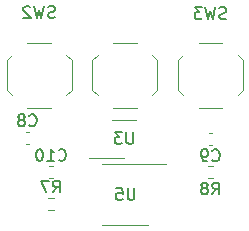
<source format=gbr>
%TF.GenerationSoftware,KiCad,Pcbnew,(5.1.8)-1*%
%TF.CreationDate,2020-11-26T18:41:41+08:00*%
%TF.ProjectId,The_Girls'Gift,5468655f-4769-4726-9c73-27476966742e,V0.8 Beta*%
%TF.SameCoordinates,Original*%
%TF.FileFunction,Legend,Bot*%
%TF.FilePolarity,Positive*%
%FSLAX46Y46*%
G04 Gerber Fmt 4.6, Leading zero omitted, Abs format (unit mm)*
G04 Created by KiCad (PCBNEW (5.1.8)-1) date 2020-11-26 18:41:41*
%MOMM*%
%LPD*%
G01*
G04 APERTURE LIST*
%ADD10C,0.120000*%
%ADD11C,0.150000*%
G04 APERTURE END LIST*
D10*
%TO.C,U5*%
X165100000Y-86240000D02*
X168550000Y-86240000D01*
X165100000Y-86240000D02*
X163150000Y-86240000D01*
X165100000Y-91360000D02*
X167050000Y-91360000D01*
X165100000Y-91360000D02*
X163150000Y-91360000D01*
%TO.C,U3*%
X165000000Y-85720000D02*
X162000000Y-85720000D01*
X166000000Y-82480000D02*
X164000000Y-82480000D01*
%TO.C,SW3*%
X175050000Y-77450000D02*
X175050000Y-79950000D01*
X174600000Y-80400000D02*
X175050000Y-79950000D01*
X174600000Y-77000000D02*
X175050000Y-77450000D01*
X171300000Y-75950000D02*
X173300000Y-75950000D01*
X170000000Y-77000000D02*
X169550000Y-77450000D01*
X171300000Y-81450000D02*
X173300000Y-81450000D01*
X170000000Y-80400000D02*
X169550000Y-79950000D01*
X169550000Y-77450000D02*
X169550000Y-79950000D01*
%TO.C,SW2*%
X160550000Y-77450000D02*
X160550000Y-79950000D01*
X160100000Y-80400000D02*
X160550000Y-79950000D01*
X160100000Y-77000000D02*
X160550000Y-77450000D01*
X156800000Y-75950000D02*
X158800000Y-75950000D01*
X155500000Y-77000000D02*
X155050000Y-77450000D01*
X156800000Y-81450000D02*
X158800000Y-81450000D01*
X155500000Y-80400000D02*
X155050000Y-79950000D01*
X155050000Y-77450000D02*
X155050000Y-79950000D01*
%TO.C,SW1*%
X167800000Y-77450000D02*
X167800000Y-79950000D01*
X167350000Y-80400000D02*
X167800000Y-79950000D01*
X167350000Y-77000000D02*
X167800000Y-77450000D01*
X164050000Y-75950000D02*
X166050000Y-75950000D01*
X162750000Y-77000000D02*
X162300000Y-77450000D01*
X164050000Y-81450000D02*
X166050000Y-81450000D01*
X162750000Y-80400000D02*
X162300000Y-79950000D01*
X162300000Y-77450000D02*
X162300000Y-79950000D01*
%TO.C,R8*%
X172062742Y-86377500D02*
X172537258Y-86377500D01*
X172062742Y-87422500D02*
X172537258Y-87422500D01*
%TO.C,R7*%
X159037258Y-90122500D02*
X158562742Y-90122500D01*
X159037258Y-89077500D02*
X158562742Y-89077500D01*
%TO.C,C10*%
X158940580Y-87410000D02*
X158659420Y-87410000D01*
X158940580Y-86390000D02*
X158659420Y-86390000D01*
%TO.C,C9*%
X172159420Y-83590000D02*
X172440580Y-83590000D01*
X172159420Y-84610000D02*
X172440580Y-84610000D01*
%TO.C,C8*%
X156940580Y-84510000D02*
X156659420Y-84510000D01*
X156940580Y-83490000D02*
X156659420Y-83490000D01*
%TO.C,U5*%
D11*
X165861904Y-88252380D02*
X165861904Y-89061904D01*
X165814285Y-89157142D01*
X165766666Y-89204761D01*
X165671428Y-89252380D01*
X165480952Y-89252380D01*
X165385714Y-89204761D01*
X165338095Y-89157142D01*
X165290476Y-89061904D01*
X165290476Y-88252380D01*
X164338095Y-88252380D02*
X164814285Y-88252380D01*
X164861904Y-88728571D01*
X164814285Y-88680952D01*
X164719047Y-88633333D01*
X164480952Y-88633333D01*
X164385714Y-88680952D01*
X164338095Y-88728571D01*
X164290476Y-88823809D01*
X164290476Y-89061904D01*
X164338095Y-89157142D01*
X164385714Y-89204761D01*
X164480952Y-89252380D01*
X164719047Y-89252380D01*
X164814285Y-89204761D01*
X164861904Y-89157142D01*
%TO.C,U3*%
X165761904Y-83525378D02*
X165761904Y-84334902D01*
X165714285Y-84430140D01*
X165666666Y-84477759D01*
X165571428Y-84525378D01*
X165380952Y-84525378D01*
X165285714Y-84477759D01*
X165238095Y-84430140D01*
X165190476Y-84334902D01*
X165190476Y-83525378D01*
X164809523Y-83525378D02*
X164190476Y-83525378D01*
X164523809Y-83906331D01*
X164380952Y-83906331D01*
X164285714Y-83953950D01*
X164238095Y-84001569D01*
X164190476Y-84096807D01*
X164190476Y-84334902D01*
X164238095Y-84430140D01*
X164285714Y-84477759D01*
X164380952Y-84525378D01*
X164666666Y-84525378D01*
X164761904Y-84477759D01*
X164809523Y-84430140D01*
%TO.C,SW3*%
X173633333Y-73904761D02*
X173490476Y-73952380D01*
X173252380Y-73952380D01*
X173157142Y-73904761D01*
X173109523Y-73857142D01*
X173061904Y-73761904D01*
X173061904Y-73666666D01*
X173109523Y-73571428D01*
X173157142Y-73523809D01*
X173252380Y-73476190D01*
X173442857Y-73428571D01*
X173538095Y-73380952D01*
X173585714Y-73333333D01*
X173633333Y-73238095D01*
X173633333Y-73142857D01*
X173585714Y-73047619D01*
X173538095Y-73000000D01*
X173442857Y-72952380D01*
X173204761Y-72952380D01*
X173061904Y-73000000D01*
X172728571Y-72952380D02*
X172490476Y-73952380D01*
X172300000Y-73238095D01*
X172109523Y-73952380D01*
X171871428Y-72952380D01*
X171585714Y-72952380D02*
X170966666Y-72952380D01*
X171300000Y-73333333D01*
X171157142Y-73333333D01*
X171061904Y-73380952D01*
X171014285Y-73428571D01*
X170966666Y-73523809D01*
X170966666Y-73761904D01*
X171014285Y-73857142D01*
X171061904Y-73904761D01*
X171157142Y-73952380D01*
X171442857Y-73952380D01*
X171538095Y-73904761D01*
X171585714Y-73857142D01*
%TO.C,SW2*%
X159133333Y-73804761D02*
X158990476Y-73852380D01*
X158752380Y-73852380D01*
X158657142Y-73804761D01*
X158609523Y-73757142D01*
X158561904Y-73661904D01*
X158561904Y-73566666D01*
X158609523Y-73471428D01*
X158657142Y-73423809D01*
X158752380Y-73376190D01*
X158942857Y-73328571D01*
X159038095Y-73280952D01*
X159085714Y-73233333D01*
X159133333Y-73138095D01*
X159133333Y-73042857D01*
X159085714Y-72947619D01*
X159038095Y-72900000D01*
X158942857Y-72852380D01*
X158704761Y-72852380D01*
X158561904Y-72900000D01*
X158228571Y-72852380D02*
X157990476Y-73852380D01*
X157800000Y-73138095D01*
X157609523Y-73852380D01*
X157371428Y-72852380D01*
X157038095Y-72947619D02*
X156990476Y-72900000D01*
X156895238Y-72852380D01*
X156657142Y-72852380D01*
X156561904Y-72900000D01*
X156514285Y-72947619D01*
X156466666Y-73042857D01*
X156466666Y-73138095D01*
X156514285Y-73280952D01*
X157085714Y-73852380D01*
X156466666Y-73852380D01*
%TO.C,R8*%
X172466666Y-88782380D02*
X172800000Y-88306190D01*
X173038095Y-88782380D02*
X173038095Y-87782380D01*
X172657142Y-87782380D01*
X172561904Y-87830000D01*
X172514285Y-87877619D01*
X172466666Y-87972857D01*
X172466666Y-88115714D01*
X172514285Y-88210952D01*
X172561904Y-88258571D01*
X172657142Y-88306190D01*
X173038095Y-88306190D01*
X171895238Y-88210952D02*
X171990476Y-88163333D01*
X172038095Y-88115714D01*
X172085714Y-88020476D01*
X172085714Y-87972857D01*
X172038095Y-87877619D01*
X171990476Y-87830000D01*
X171895238Y-87782380D01*
X171704761Y-87782380D01*
X171609523Y-87830000D01*
X171561904Y-87877619D01*
X171514285Y-87972857D01*
X171514285Y-88020476D01*
X171561904Y-88115714D01*
X171609523Y-88163333D01*
X171704761Y-88210952D01*
X171895238Y-88210952D01*
X171990476Y-88258571D01*
X172038095Y-88306190D01*
X172085714Y-88401428D01*
X172085714Y-88591904D01*
X172038095Y-88687142D01*
X171990476Y-88734761D01*
X171895238Y-88782380D01*
X171704761Y-88782380D01*
X171609523Y-88734761D01*
X171561904Y-88687142D01*
X171514285Y-88591904D01*
X171514285Y-88401428D01*
X171561904Y-88306190D01*
X171609523Y-88258571D01*
X171704761Y-88210952D01*
%TO.C,R7*%
X158966666Y-88622380D02*
X159300000Y-88146190D01*
X159538095Y-88622380D02*
X159538095Y-87622380D01*
X159157142Y-87622380D01*
X159061904Y-87670000D01*
X159014285Y-87717619D01*
X158966666Y-87812857D01*
X158966666Y-87955714D01*
X159014285Y-88050952D01*
X159061904Y-88098571D01*
X159157142Y-88146190D01*
X159538095Y-88146190D01*
X158633333Y-87622380D02*
X157966666Y-87622380D01*
X158395238Y-88622380D01*
%TO.C,C10*%
X159442857Y-85857142D02*
X159490476Y-85904761D01*
X159633333Y-85952380D01*
X159728571Y-85952380D01*
X159871428Y-85904761D01*
X159966666Y-85809523D01*
X160014285Y-85714285D01*
X160061904Y-85523809D01*
X160061904Y-85380952D01*
X160014285Y-85190476D01*
X159966666Y-85095238D01*
X159871428Y-85000000D01*
X159728571Y-84952380D01*
X159633333Y-84952380D01*
X159490476Y-85000000D01*
X159442857Y-85047619D01*
X158490476Y-85952380D02*
X159061904Y-85952380D01*
X158776190Y-85952380D02*
X158776190Y-84952380D01*
X158871428Y-85095238D01*
X158966666Y-85190476D01*
X159061904Y-85238095D01*
X157871428Y-84952380D02*
X157776190Y-84952380D01*
X157680952Y-85000000D01*
X157633333Y-85047619D01*
X157585714Y-85142857D01*
X157538095Y-85333333D01*
X157538095Y-85571428D01*
X157585714Y-85761904D01*
X157633333Y-85857142D01*
X157680952Y-85904761D01*
X157776190Y-85952380D01*
X157871428Y-85952380D01*
X157966666Y-85904761D01*
X158014285Y-85857142D01*
X158061904Y-85761904D01*
X158109523Y-85571428D01*
X158109523Y-85333333D01*
X158061904Y-85142857D01*
X158014285Y-85047619D01*
X157966666Y-85000000D01*
X157871428Y-84952380D01*
%TO.C,C9*%
X172466666Y-85887142D02*
X172514285Y-85934761D01*
X172657142Y-85982380D01*
X172752380Y-85982380D01*
X172895238Y-85934761D01*
X172990476Y-85839523D01*
X173038095Y-85744285D01*
X173085714Y-85553809D01*
X173085714Y-85410952D01*
X173038095Y-85220476D01*
X172990476Y-85125238D01*
X172895238Y-85030000D01*
X172752380Y-84982380D01*
X172657142Y-84982380D01*
X172514285Y-85030000D01*
X172466666Y-85077619D01*
X171990476Y-85982380D02*
X171800000Y-85982380D01*
X171704761Y-85934761D01*
X171657142Y-85887142D01*
X171561904Y-85744285D01*
X171514285Y-85553809D01*
X171514285Y-85172857D01*
X171561904Y-85077619D01*
X171609523Y-85030000D01*
X171704761Y-84982380D01*
X171895238Y-84982380D01*
X171990476Y-85030000D01*
X172038095Y-85077619D01*
X172085714Y-85172857D01*
X172085714Y-85410952D01*
X172038095Y-85506190D01*
X171990476Y-85553809D01*
X171895238Y-85601428D01*
X171704761Y-85601428D01*
X171609523Y-85553809D01*
X171561904Y-85506190D01*
X171514285Y-85410952D01*
%TO.C,C8*%
X156966666Y-82927142D02*
X157014285Y-82974761D01*
X157157142Y-83022380D01*
X157252380Y-83022380D01*
X157395238Y-82974761D01*
X157490476Y-82879523D01*
X157538095Y-82784285D01*
X157585714Y-82593809D01*
X157585714Y-82450952D01*
X157538095Y-82260476D01*
X157490476Y-82165238D01*
X157395238Y-82070000D01*
X157252380Y-82022380D01*
X157157142Y-82022380D01*
X157014285Y-82070000D01*
X156966666Y-82117619D01*
X156395238Y-82450952D02*
X156490476Y-82403333D01*
X156538095Y-82355714D01*
X156585714Y-82260476D01*
X156585714Y-82212857D01*
X156538095Y-82117619D01*
X156490476Y-82070000D01*
X156395238Y-82022380D01*
X156204761Y-82022380D01*
X156109523Y-82070000D01*
X156061904Y-82117619D01*
X156014285Y-82212857D01*
X156014285Y-82260476D01*
X156061904Y-82355714D01*
X156109523Y-82403333D01*
X156204761Y-82450952D01*
X156395238Y-82450952D01*
X156490476Y-82498571D01*
X156538095Y-82546190D01*
X156585714Y-82641428D01*
X156585714Y-82831904D01*
X156538095Y-82927142D01*
X156490476Y-82974761D01*
X156395238Y-83022380D01*
X156204761Y-83022380D01*
X156109523Y-82974761D01*
X156061904Y-82927142D01*
X156014285Y-82831904D01*
X156014285Y-82641428D01*
X156061904Y-82546190D01*
X156109523Y-82498571D01*
X156204761Y-82450952D01*
%TD*%
M02*

</source>
